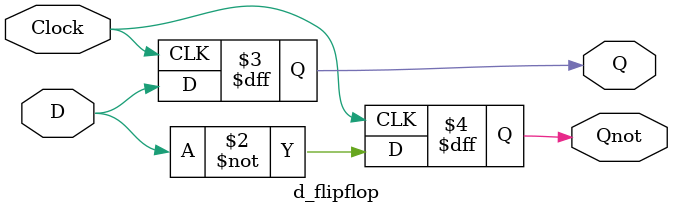
<source format=v>
module d_flipflop (D, Clock, Q, Qnot); //declares module

	inout wire D, Clock; //defines input wires D, Clock
	output reg Q, Qnot; //defines output registers Q, Qnot

	always @ (posedge Clock) begin //initiates always @

		Q <= D; //defines expression for D
		Qnot <= ~D; //defines expression for Qnot

	end //ends always @

endmodule //ends module


</source>
